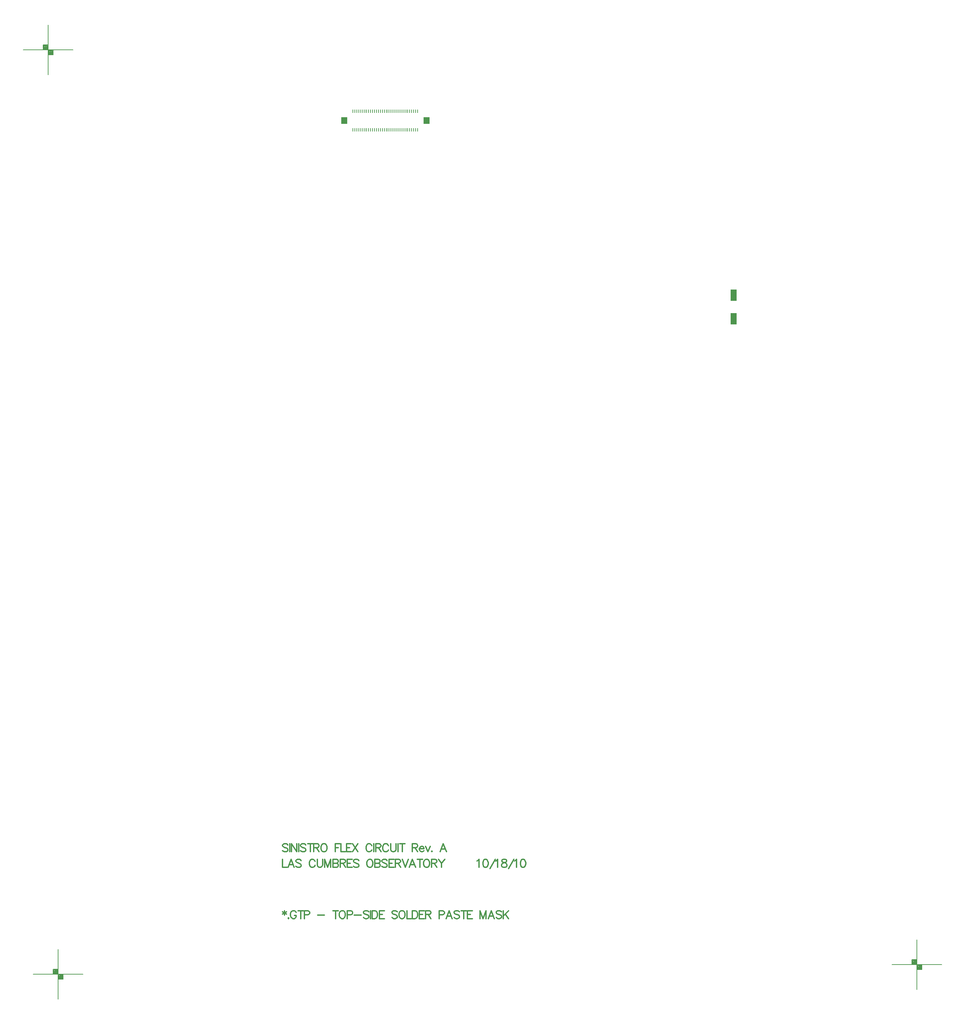
<source format=gtp>
%FSLAX25Y25*%
%MOIN*%
G70*
G01*
G75*
G04 Layer_Color=8421504*
%ADD10C,0.01000*%
%ADD11R,0.05906X0.11811*%
%ADD12R,0.00984X0.03543*%
%ADD13R,0.06299X0.07087*%
%ADD14C,0.03000*%
%ADD15C,0.00800*%
%ADD16C,0.00500*%
%ADD17C,0.01201*%
%ADD18C,0.01200*%
%ADD19C,0.01201*%
%ADD20C,0.07000*%
%ADD21C,0.06500*%
%ADD22C,0.03937*%
%ADD23C,0.03543*%
%ADD24C,0.05512*%
%ADD25C,0.07087*%
%ADD26C,0.02400*%
%ADD27C,0.00700*%
%ADD28C,0.01500*%
%ADD29C,0.00787*%
D11*
X401082Y-222894D02*
D03*
Y-199272D02*
D03*
D12*
X83660Y-33169D02*
D03*
X81692D02*
D03*
X79723D02*
D03*
X77755D02*
D03*
X75786D02*
D03*
X73818D02*
D03*
X71849D02*
D03*
X69881D02*
D03*
X67912D02*
D03*
X65944D02*
D03*
X63975D02*
D03*
X62007D02*
D03*
X60038D02*
D03*
X58070D02*
D03*
X56101D02*
D03*
X54133D02*
D03*
X52164D02*
D03*
X50196D02*
D03*
X48227D02*
D03*
X46259D02*
D03*
X44290D02*
D03*
X42322D02*
D03*
X40353D02*
D03*
X38385D02*
D03*
X36416D02*
D03*
X34448D02*
D03*
X32479D02*
D03*
X30511D02*
D03*
X28542D02*
D03*
X26574D02*
D03*
X24605D02*
D03*
X22637D02*
D03*
X20668D02*
D03*
X18700D02*
D03*
X83660Y-14468D02*
D03*
X81692D02*
D03*
X79723D02*
D03*
X77755D02*
D03*
X75786D02*
D03*
X73818D02*
D03*
X71849D02*
D03*
X69881D02*
D03*
X67912D02*
D03*
X65944D02*
D03*
X63975D02*
D03*
X62007D02*
D03*
X60038D02*
D03*
X58070D02*
D03*
X56101D02*
D03*
X54133D02*
D03*
X52164D02*
D03*
X50196D02*
D03*
X48227D02*
D03*
X46259D02*
D03*
X44290D02*
D03*
X42322D02*
D03*
X40353D02*
D03*
X38385D02*
D03*
X36416D02*
D03*
X34448D02*
D03*
X32479D02*
D03*
X30511D02*
D03*
X28542D02*
D03*
X26574D02*
D03*
X24605D02*
D03*
X22637D02*
D03*
X20668D02*
D03*
X18700D02*
D03*
D13*
X9842Y-23819D02*
D03*
X92519D02*
D03*
D15*
X-302264Y-881004D02*
X-252264D01*
X-277264Y-906004D02*
Y-856004D01*
X-282264Y-876004D02*
X-282264Y-881004D01*
X-282264Y-876004D02*
X-277264Y-876004D01*
X-272264Y-881004D02*
X-272264Y-886004D01*
X-277264Y-886004D02*
X-272264Y-886004D01*
X-276764Y-881504D02*
X-272764D01*
Y-885504D02*
Y-881504D01*
X-276764Y-885504D02*
X-272764D01*
X-276764D02*
Y-881504D01*
X-276264Y-882004D02*
X-273264D01*
Y-885004D02*
Y-882004D01*
X-276264Y-885004D02*
X-273264D01*
X-276264D02*
Y-882504D01*
X-275764D02*
X-273764D01*
X-273764Y-884504D01*
X-275764Y-884504D02*
X-273764Y-884504D01*
X-275764Y-884504D02*
Y-883004D01*
X-275264Y-883004D02*
X-274264Y-883004D01*
Y-884004D02*
Y-883004D01*
X-275264Y-884004D02*
X-274264D01*
X-275264D02*
X-275264Y-883004D01*
Y-883504D02*
X-274264D01*
X-281764Y-876504D02*
X-277764D01*
Y-880504D02*
Y-876504D01*
X-281764Y-880504D02*
X-277764D01*
X-281764D02*
Y-876504D01*
X-281264Y-877004D02*
X-278264D01*
Y-880004D02*
Y-877004D01*
X-281264Y-880004D02*
X-278264D01*
X-281264D02*
Y-877504D01*
X-280764D02*
X-278764Y-877504D01*
Y-879504D02*
Y-877504D01*
X-280764Y-879504D02*
X-278764D01*
X-280764D02*
Y-878004D01*
X-280264D02*
X-279264D01*
X-279264Y-879004D02*
X-279264Y-878004D01*
X-280264Y-879004D02*
X-279264Y-879004D01*
X-280264Y-879004D02*
Y-878004D01*
Y-878504D02*
X-279264D01*
X-312205Y47264D02*
X-262205D01*
X-287205Y22264D02*
Y72264D01*
X-292205Y52264D02*
X-292205Y47264D01*
X-292205Y52264D02*
X-287205Y52264D01*
X-282205Y47264D02*
X-282205Y42264D01*
X-287205Y42264D02*
X-282205Y42264D01*
X-286705Y46764D02*
X-282705D01*
Y42764D02*
Y46764D01*
X-286705Y42764D02*
X-282705D01*
X-286705D02*
Y46764D01*
X-286205Y46264D02*
X-283205D01*
Y43264D02*
Y46264D01*
X-286205Y43264D02*
X-283205D01*
X-286205D02*
Y45764D01*
X-285705D02*
X-283705D01*
X-283705Y43764D01*
X-285705Y43764D02*
X-283705Y43764D01*
X-285705Y43764D02*
Y45264D01*
X-285205Y45264D02*
X-284205Y45264D01*
Y44264D02*
Y45264D01*
X-285205Y44264D02*
X-284205D01*
X-285205D02*
X-285205Y45264D01*
Y44764D02*
X-284205D01*
X-291705Y51764D02*
X-287705D01*
Y47764D02*
Y51764D01*
X-291705Y47764D02*
X-287705D01*
X-291705D02*
Y51764D01*
X-291205Y51264D02*
X-288205D01*
Y48264D02*
Y51264D01*
X-291205Y48264D02*
X-288205D01*
X-291205D02*
Y50764D01*
X-290705D02*
X-288705Y50764D01*
Y48764D02*
Y50764D01*
X-290705Y48764D02*
X-288705D01*
X-290705D02*
Y50264D01*
X-290205D02*
X-289205D01*
X-289205Y49264D02*
X-289205Y50264D01*
X-290205Y49264D02*
X-289205Y49264D01*
X-290205Y49264D02*
Y50264D01*
Y49764D02*
X-289205D01*
X559941Y-871142D02*
X609941D01*
X584941Y-896142D02*
Y-846142D01*
X579941Y-866142D02*
X579941Y-871142D01*
X579941Y-866142D02*
X584941Y-866142D01*
X589941Y-871142D02*
X589941Y-876142D01*
X584941Y-876142D02*
X589941Y-876142D01*
X585441Y-871642D02*
X589441D01*
Y-875642D02*
Y-871642D01*
X585441Y-875642D02*
X589441D01*
X585441D02*
Y-871642D01*
X585941Y-872142D02*
X588941D01*
Y-875142D02*
Y-872142D01*
X585941Y-875142D02*
X588941D01*
X585941D02*
Y-872642D01*
X586441D02*
X588441D01*
X588441Y-874642D01*
X586441Y-874642D02*
X588441Y-874642D01*
X586441Y-874642D02*
Y-873142D01*
X586941Y-873142D02*
X587941Y-873142D01*
Y-874142D02*
Y-873142D01*
X586941Y-874142D02*
X587941D01*
X586941D02*
X586941Y-873142D01*
Y-873642D02*
X587941D01*
X580441Y-866642D02*
X584441D01*
Y-870642D02*
Y-866642D01*
X580441Y-870642D02*
X584441D01*
X580441D02*
Y-866642D01*
X580941Y-867142D02*
X583941D01*
Y-870142D02*
Y-867142D01*
X580941Y-870142D02*
X583941D01*
X580941D02*
Y-867642D01*
X581441D02*
X583441Y-867642D01*
Y-869642D02*
Y-867642D01*
X581441Y-869642D02*
X583441D01*
X581441D02*
Y-868142D01*
X581941D02*
X582941D01*
X582941Y-869142D02*
X582941Y-868142D01*
X581941Y-869142D02*
X582941Y-869142D01*
X581941Y-869142D02*
Y-868142D01*
Y-868642D02*
X582941D01*
D18*
X-50037Y-817097D02*
Y-821668D01*
X-51941Y-818240D02*
X-48132Y-820525D01*
Y-818240D02*
X-51941Y-820525D01*
X-46114Y-824334D02*
X-46495Y-824715D01*
X-46114Y-825096D01*
X-45733Y-824715D01*
X-46114Y-824334D01*
X-38268Y-819002D02*
X-38649Y-818240D01*
X-39410Y-817478D01*
X-40172Y-817097D01*
X-41696D01*
X-42457Y-817478D01*
X-43219Y-818240D01*
X-43600Y-819002D01*
X-43981Y-820144D01*
Y-822049D01*
X-43600Y-823192D01*
X-43219Y-823953D01*
X-42457Y-824715D01*
X-41696Y-825096D01*
X-40172D01*
X-39410Y-824715D01*
X-38649Y-823953D01*
X-38268Y-823192D01*
Y-822049D01*
X-40172D02*
X-38268D01*
X-33773Y-817097D02*
Y-825096D01*
X-36440Y-817097D02*
X-31107D01*
X-30155Y-821287D02*
X-26727D01*
X-25585Y-820906D01*
X-25204Y-820525D01*
X-24823Y-819764D01*
Y-818621D01*
X-25204Y-817859D01*
X-25585Y-817478D01*
X-26727Y-817097D01*
X-30155D01*
Y-825096D01*
X-16749Y-821668D02*
X-9893D01*
X1419Y-817097D02*
Y-825096D01*
X-1247Y-817097D02*
X4085D01*
X7322D02*
X6561Y-817478D01*
X5799Y-818240D01*
X5418Y-819002D01*
X5037Y-820144D01*
Y-822049D01*
X5418Y-823192D01*
X5799Y-823953D01*
X6561Y-824715D01*
X7322Y-825096D01*
X8846D01*
X9608Y-824715D01*
X10369Y-823953D01*
X10750Y-823192D01*
X11131Y-822049D01*
Y-820144D01*
X10750Y-819002D01*
X10369Y-818240D01*
X9608Y-817478D01*
X8846Y-817097D01*
X7322D01*
X12998Y-821287D02*
X16425D01*
X17568Y-820906D01*
X17949Y-820525D01*
X18330Y-819764D01*
Y-818621D01*
X17949Y-817859D01*
X17568Y-817478D01*
X16425Y-817097D01*
X12998D01*
Y-825096D01*
X20120Y-821668D02*
X26975D01*
X34669Y-818240D02*
X33907Y-817478D01*
X32765Y-817097D01*
X31241D01*
X30099Y-817478D01*
X29337Y-818240D01*
Y-819002D01*
X29718Y-819764D01*
X30099Y-820144D01*
X30860Y-820525D01*
X33145Y-821287D01*
X33907Y-821668D01*
X34288Y-822049D01*
X34669Y-822811D01*
Y-823953D01*
X33907Y-824715D01*
X32765Y-825096D01*
X31241D01*
X30099Y-824715D01*
X29337Y-823953D01*
X36459Y-817097D02*
Y-825096D01*
X38135Y-817097D02*
Y-825096D01*
Y-817097D02*
X40801D01*
X41944Y-817478D01*
X42705Y-818240D01*
X43086Y-819002D01*
X43467Y-820144D01*
Y-822049D01*
X43086Y-823192D01*
X42705Y-823953D01*
X41944Y-824715D01*
X40801Y-825096D01*
X38135D01*
X50208Y-817097D02*
X45257D01*
Y-825096D01*
X50208D01*
X45257Y-820906D02*
X48304D01*
X63158Y-818240D02*
X62396Y-817478D01*
X61254Y-817097D01*
X59730D01*
X58588Y-817478D01*
X57826Y-818240D01*
Y-819002D01*
X58207Y-819764D01*
X58588Y-820144D01*
X59349Y-820525D01*
X61635Y-821287D01*
X62396Y-821668D01*
X62777Y-822049D01*
X63158Y-822811D01*
Y-823953D01*
X62396Y-824715D01*
X61254Y-825096D01*
X59730D01*
X58588Y-824715D01*
X57826Y-823953D01*
X67233Y-817097D02*
X66472Y-817478D01*
X65710Y-818240D01*
X65329Y-819002D01*
X64948Y-820144D01*
Y-822049D01*
X65329Y-823192D01*
X65710Y-823953D01*
X66472Y-824715D01*
X67233Y-825096D01*
X68757D01*
X69519Y-824715D01*
X70280Y-823953D01*
X70661Y-823192D01*
X71042Y-822049D01*
Y-820144D01*
X70661Y-819002D01*
X70280Y-818240D01*
X69519Y-817478D01*
X68757Y-817097D01*
X67233D01*
X72908D02*
Y-825096D01*
X77479D01*
X78355Y-817097D02*
Y-825096D01*
Y-817097D02*
X81021D01*
X82164Y-817478D01*
X82925Y-818240D01*
X83306Y-819002D01*
X83687Y-820144D01*
Y-822049D01*
X83306Y-823192D01*
X82925Y-823953D01*
X82164Y-824715D01*
X81021Y-825096D01*
X78355D01*
X90429Y-817097D02*
X85477D01*
Y-825096D01*
X90429D01*
X85477Y-820906D02*
X88524D01*
X91761Y-817097D02*
Y-825096D01*
Y-817097D02*
X95189D01*
X96332Y-817478D01*
X96713Y-817859D01*
X97094Y-818621D01*
Y-819383D01*
X96713Y-820144D01*
X96332Y-820525D01*
X95189Y-820906D01*
X91761D01*
X94428D02*
X97094Y-825096D01*
X105168Y-821287D02*
X108596D01*
X109739Y-820906D01*
X110119Y-820525D01*
X110500Y-819764D01*
Y-818621D01*
X110119Y-817859D01*
X109739Y-817478D01*
X108596Y-817097D01*
X105168D01*
Y-825096D01*
X118384D02*
X115337Y-817097D01*
X112291Y-825096D01*
X113433Y-822430D02*
X117242D01*
X125583Y-818240D02*
X124821Y-817478D01*
X123679Y-817097D01*
X122155D01*
X121012Y-817478D01*
X120251Y-818240D01*
Y-819002D01*
X120632Y-819764D01*
X121012Y-820144D01*
X121774Y-820525D01*
X124059Y-821287D01*
X124821Y-821668D01*
X125202Y-822049D01*
X125583Y-822811D01*
Y-823953D01*
X124821Y-824715D01*
X123679Y-825096D01*
X122155D01*
X121012Y-824715D01*
X120251Y-823953D01*
X130039Y-817097D02*
Y-825096D01*
X127373Y-817097D02*
X132705D01*
X138609D02*
X133657D01*
Y-825096D01*
X138609D01*
X133657Y-820906D02*
X136704D01*
X146226Y-817097D02*
Y-825096D01*
Y-817097D02*
X149273Y-825096D01*
X152320Y-817097D02*
X149273Y-825096D01*
X152320Y-817097D02*
Y-825096D01*
X160699D02*
X157652Y-817097D01*
X154605Y-825096D01*
X155748Y-822430D02*
X159556D01*
X167898Y-818240D02*
X167136Y-817478D01*
X165993Y-817097D01*
X164470D01*
X163327Y-817478D01*
X162565Y-818240D01*
Y-819002D01*
X162946Y-819764D01*
X163327Y-820144D01*
X164089Y-820525D01*
X166374Y-821287D01*
X167136Y-821668D01*
X167517Y-822049D01*
X167898Y-822811D01*
Y-823953D01*
X167136Y-824715D01*
X165993Y-825096D01*
X164470D01*
X163327Y-824715D01*
X162565Y-823953D01*
X169688Y-817097D02*
Y-825096D01*
X175020Y-817097D02*
X169688Y-822430D01*
X171592Y-820525D02*
X175020Y-825096D01*
X-46609Y-751128D02*
X-47371Y-750366D01*
X-48513Y-749985D01*
X-50037D01*
X-51179Y-750366D01*
X-51941Y-751128D01*
Y-751890D01*
X-51560Y-752651D01*
X-51179Y-753032D01*
X-50418Y-753413D01*
X-48132Y-754175D01*
X-47371Y-754556D01*
X-46990Y-754937D01*
X-46609Y-755698D01*
Y-756841D01*
X-47371Y-757603D01*
X-48513Y-757983D01*
X-50037D01*
X-51179Y-757603D01*
X-51941Y-756841D01*
X-44819Y-749985D02*
Y-757983D01*
X-43143Y-749985D02*
Y-757983D01*
Y-749985D02*
X-37811Y-757983D01*
Y-749985D02*
Y-757983D01*
X-35602Y-749985D02*
Y-757983D01*
X-28594Y-751128D02*
X-29355Y-750366D01*
X-30498Y-749985D01*
X-32021D01*
X-33164Y-750366D01*
X-33926Y-751128D01*
Y-751890D01*
X-33545Y-752651D01*
X-33164Y-753032D01*
X-32402Y-753413D01*
X-30117Y-754175D01*
X-29355Y-754556D01*
X-28975Y-754937D01*
X-28594Y-755698D01*
Y-756841D01*
X-29355Y-757603D01*
X-30498Y-757983D01*
X-32021D01*
X-33164Y-757603D01*
X-33926Y-756841D01*
X-24137Y-749985D02*
Y-757983D01*
X-26804Y-749985D02*
X-21471D01*
X-20519D02*
Y-757983D01*
Y-749985D02*
X-17091D01*
X-15949Y-750366D01*
X-15568Y-750747D01*
X-15187Y-751509D01*
Y-752270D01*
X-15568Y-753032D01*
X-15949Y-753413D01*
X-17091Y-753794D01*
X-20519D01*
X-17853D02*
X-15187Y-757983D01*
X-11112Y-749985D02*
X-11873Y-750366D01*
X-12635Y-751128D01*
X-13016Y-751890D01*
X-13397Y-753032D01*
Y-754937D01*
X-13016Y-756079D01*
X-12635Y-756841D01*
X-11873Y-757603D01*
X-11112Y-757983D01*
X-9588D01*
X-8826Y-757603D01*
X-8065Y-756841D01*
X-7684Y-756079D01*
X-7303Y-754937D01*
Y-753032D01*
X-7684Y-751890D01*
X-8065Y-751128D01*
X-8826Y-750366D01*
X-9588Y-749985D01*
X-11112D01*
X848D02*
Y-757983D01*
Y-749985D02*
X5799D01*
X848Y-753794D02*
X3895D01*
X6713Y-749985D02*
Y-757983D01*
X11283D01*
X17111Y-749985D02*
X12160D01*
Y-757983D01*
X17111D01*
X12160Y-753794D02*
X15206D01*
X18444Y-749985D02*
X23776Y-757983D01*
Y-749985D02*
X18444Y-757983D01*
X37564Y-751890D02*
X37183Y-751128D01*
X36421Y-750366D01*
X35659Y-749985D01*
X34136D01*
X33374Y-750366D01*
X32612Y-751128D01*
X32231Y-751890D01*
X31850Y-753032D01*
Y-754937D01*
X32231Y-756079D01*
X32612Y-756841D01*
X33374Y-757603D01*
X34136Y-757983D01*
X35659D01*
X36421Y-757603D01*
X37183Y-756841D01*
X37564Y-756079D01*
X39811Y-749985D02*
Y-757983D01*
X41487Y-749985D02*
Y-757983D01*
Y-749985D02*
X44914D01*
X46057Y-750366D01*
X46438Y-750747D01*
X46819Y-751509D01*
Y-752270D01*
X46438Y-753032D01*
X46057Y-753413D01*
X44914Y-753794D01*
X41487D01*
X44153D02*
X46819Y-757983D01*
X54322Y-751890D02*
X53941Y-751128D01*
X53179Y-750366D01*
X52418Y-749985D01*
X50894D01*
X50132Y-750366D01*
X49371Y-751128D01*
X48990Y-751890D01*
X48609Y-753032D01*
Y-754937D01*
X48990Y-756079D01*
X49371Y-756841D01*
X50132Y-757603D01*
X50894Y-757983D01*
X52418D01*
X53179Y-757603D01*
X53941Y-756841D01*
X54322Y-756079D01*
X56569Y-749985D02*
Y-755698D01*
X56950Y-756841D01*
X57712Y-757603D01*
X58854Y-757983D01*
X59616D01*
X60759Y-757603D01*
X61520Y-756841D01*
X61901Y-755698D01*
Y-749985D01*
X64110D02*
Y-757983D01*
X68452Y-749985D02*
Y-757983D01*
X65786Y-749985D02*
X71118D01*
X78355D02*
Y-757983D01*
Y-749985D02*
X81783D01*
X82925Y-750366D01*
X83306Y-750747D01*
X83687Y-751509D01*
Y-752270D01*
X83306Y-753032D01*
X82925Y-753413D01*
X81783Y-753794D01*
X78355D01*
X81021D02*
X83687Y-757983D01*
X85477Y-754937D02*
X90048D01*
Y-754175D01*
X89667Y-753413D01*
X89286Y-753032D01*
X88524Y-752651D01*
X87382D01*
X86620Y-753032D01*
X85858Y-753794D01*
X85477Y-754937D01*
Y-755698D01*
X85858Y-756841D01*
X86620Y-757603D01*
X87382Y-757983D01*
X88524D01*
X89286Y-757603D01*
X90048Y-756841D01*
X91761Y-752651D02*
X94047Y-757983D01*
X96332Y-752651D02*
X94047Y-757983D01*
X98008Y-757222D02*
X97627Y-757603D01*
X98008Y-757983D01*
X98389Y-757603D01*
X98008Y-757222D01*
X112519Y-757983D02*
X109472Y-749985D01*
X106425Y-757983D01*
X107568Y-755317D02*
X111376D01*
D19*
X-51940Y-765620D02*
Y-773618D01*
X-47370D01*
X-40400D02*
X-43447Y-765620D01*
X-46494Y-773618D01*
X-45351Y-770952D02*
X-41542D01*
X-33201Y-766762D02*
X-33963Y-766001D01*
X-35106Y-765620D01*
X-36629D01*
X-37772Y-766001D01*
X-38534Y-766762D01*
Y-767524D01*
X-38153Y-768286D01*
X-37772Y-768667D01*
X-37010Y-769048D01*
X-34725Y-769809D01*
X-33963Y-770190D01*
X-33582Y-770571D01*
X-33201Y-771333D01*
Y-772475D01*
X-33963Y-773237D01*
X-35106Y-773618D01*
X-36629D01*
X-37772Y-773237D01*
X-38534Y-772475D01*
X-19414Y-767524D02*
X-19795Y-766762D01*
X-20557Y-766001D01*
X-21318Y-765620D01*
X-22842D01*
X-23603Y-766001D01*
X-24365Y-766762D01*
X-24746Y-767524D01*
X-25127Y-768667D01*
Y-770571D01*
X-24746Y-771714D01*
X-24365Y-772475D01*
X-23603Y-773237D01*
X-22842Y-773618D01*
X-21318D01*
X-20557Y-773237D01*
X-19795Y-772475D01*
X-19414Y-771714D01*
X-17167Y-765620D02*
Y-771333D01*
X-16786Y-772475D01*
X-16024Y-773237D01*
X-14882Y-773618D01*
X-14120D01*
X-12977Y-773237D01*
X-12215Y-772475D01*
X-11834Y-771333D01*
Y-765620D01*
X-9625D02*
Y-773618D01*
Y-765620D02*
X-6578Y-773618D01*
X-3531Y-765620D02*
X-6578Y-773618D01*
X-3531Y-765620D02*
Y-773618D01*
X-1246Y-765620D02*
Y-773618D01*
Y-765620D02*
X2182D01*
X3324Y-766001D01*
X3705Y-766382D01*
X4086Y-767143D01*
Y-767905D01*
X3705Y-768667D01*
X3324Y-769048D01*
X2182Y-769429D01*
X-1246D02*
X2182D01*
X3324Y-769809D01*
X3705Y-770190D01*
X4086Y-770952D01*
Y-772095D01*
X3705Y-772856D01*
X3324Y-773237D01*
X2182Y-773618D01*
X-1246D01*
X5876Y-765620D02*
Y-773618D01*
Y-765620D02*
X9304D01*
X10446Y-766001D01*
X10827Y-766382D01*
X11208Y-767143D01*
Y-767905D01*
X10827Y-768667D01*
X10446Y-769048D01*
X9304Y-769429D01*
X5876D01*
X8542D02*
X11208Y-773618D01*
X17950Y-765620D02*
X12998D01*
Y-773618D01*
X17950D01*
X12998Y-769429D02*
X16045D01*
X24615Y-766762D02*
X23853Y-766001D01*
X22711Y-765620D01*
X21187D01*
X20044Y-766001D01*
X19283Y-766762D01*
Y-767524D01*
X19663Y-768286D01*
X20044Y-768667D01*
X20806Y-769048D01*
X23091Y-769809D01*
X23853Y-770190D01*
X24234Y-770571D01*
X24615Y-771333D01*
Y-772475D01*
X23853Y-773237D01*
X22711Y-773618D01*
X21187D01*
X20044Y-773237D01*
X19283Y-772475D01*
X34975Y-765620D02*
X34213Y-766001D01*
X33451Y-766762D01*
X33070Y-767524D01*
X32689Y-768667D01*
Y-770571D01*
X33070Y-771714D01*
X33451Y-772475D01*
X34213Y-773237D01*
X34975Y-773618D01*
X36498D01*
X37260Y-773237D01*
X38021Y-772475D01*
X38402Y-771714D01*
X38783Y-770571D01*
Y-768667D01*
X38402Y-767524D01*
X38021Y-766762D01*
X37260Y-766001D01*
X36498Y-765620D01*
X34975D01*
X40650D02*
Y-773618D01*
Y-765620D02*
X44077D01*
X45220Y-766001D01*
X45601Y-766382D01*
X45982Y-767143D01*
Y-767905D01*
X45601Y-768667D01*
X45220Y-769048D01*
X44077Y-769429D01*
X40650D02*
X44077D01*
X45220Y-769809D01*
X45601Y-770190D01*
X45982Y-770952D01*
Y-772095D01*
X45601Y-772856D01*
X45220Y-773237D01*
X44077Y-773618D01*
X40650D01*
X53104Y-766762D02*
X52342Y-766001D01*
X51200Y-765620D01*
X49676D01*
X48533Y-766001D01*
X47772Y-766762D01*
Y-767524D01*
X48153Y-768286D01*
X48533Y-768667D01*
X49295Y-769048D01*
X51581Y-769809D01*
X52342Y-770190D01*
X52723Y-770571D01*
X53104Y-771333D01*
Y-772475D01*
X52342Y-773237D01*
X51200Y-773618D01*
X49676D01*
X48533Y-773237D01*
X47772Y-772475D01*
X59845Y-765620D02*
X54894D01*
Y-773618D01*
X59845D01*
X54894Y-769429D02*
X57941D01*
X61178Y-765620D02*
Y-773618D01*
Y-765620D02*
X64606D01*
X65749Y-766001D01*
X66130Y-766382D01*
X66511Y-767143D01*
Y-767905D01*
X66130Y-768667D01*
X65749Y-769048D01*
X64606Y-769429D01*
X61178D01*
X63845D02*
X66511Y-773618D01*
X68301Y-765620D02*
X71348Y-773618D01*
X74395Y-765620D02*
X71348Y-773618D01*
X81517D02*
X78470Y-765620D01*
X75423Y-773618D01*
X76566Y-770952D02*
X80374D01*
X86049Y-765620D02*
Y-773618D01*
X83383Y-765620D02*
X88715D01*
X91953D02*
X91191Y-766001D01*
X90429Y-766762D01*
X90048Y-767524D01*
X89667Y-768667D01*
Y-770571D01*
X90048Y-771714D01*
X90429Y-772475D01*
X91191Y-773237D01*
X91953Y-773618D01*
X93476D01*
X94238Y-773237D01*
X95000Y-772475D01*
X95381Y-771714D01*
X95762Y-770571D01*
Y-768667D01*
X95381Y-767524D01*
X95000Y-766762D01*
X94238Y-766001D01*
X93476Y-765620D01*
X91953D01*
X97628D02*
Y-773618D01*
Y-765620D02*
X101056D01*
X102198Y-766001D01*
X102579Y-766382D01*
X102960Y-767143D01*
Y-767905D01*
X102579Y-768667D01*
X102198Y-769048D01*
X101056Y-769429D01*
X97628D01*
X100294D02*
X102960Y-773618D01*
X104750Y-765620D02*
X107797Y-769429D01*
Y-773618D01*
X110844Y-765620D02*
X107797Y-769429D01*
X143294Y-767143D02*
X144056Y-766762D01*
X145199Y-765620D01*
Y-773618D01*
X151445Y-765620D02*
X150302Y-766001D01*
X149540Y-767143D01*
X149160Y-769048D01*
Y-770190D01*
X149540Y-772095D01*
X150302Y-773237D01*
X151445Y-773618D01*
X152207D01*
X153349Y-773237D01*
X154111Y-772095D01*
X154492Y-770190D01*
Y-769048D01*
X154111Y-767143D01*
X153349Y-766001D01*
X152207Y-765620D01*
X151445D01*
X156282Y-774761D02*
X161614Y-765620D01*
X162147Y-767143D02*
X162909Y-766762D01*
X164052Y-765620D01*
Y-773618D01*
X169917Y-765620D02*
X168774Y-766001D01*
X168394Y-766762D01*
Y-767524D01*
X168774Y-768286D01*
X169536Y-768667D01*
X171060Y-769048D01*
X172202Y-769429D01*
X172964Y-770190D01*
X173345Y-770952D01*
Y-772095D01*
X172964Y-772856D01*
X172583Y-773237D01*
X171440Y-773618D01*
X169917D01*
X168774Y-773237D01*
X168394Y-772856D01*
X168013Y-772095D01*
Y-770952D01*
X168394Y-770190D01*
X169155Y-769429D01*
X170298Y-769048D01*
X171821Y-768667D01*
X172583Y-768286D01*
X172964Y-767524D01*
Y-766762D01*
X172583Y-766001D01*
X171440Y-765620D01*
X169917D01*
X175135Y-774761D02*
X180467Y-765620D01*
X181000Y-767143D02*
X181762Y-766762D01*
X182905Y-765620D01*
Y-773618D01*
X189151Y-765620D02*
X188008Y-766001D01*
X187247Y-767143D01*
X186866Y-769048D01*
Y-770190D01*
X187247Y-772095D01*
X188008Y-773237D01*
X189151Y-773618D01*
X189913D01*
X191055Y-773237D01*
X191817Y-772095D01*
X192198Y-770190D01*
Y-769048D01*
X191817Y-767143D01*
X191055Y-766001D01*
X189913Y-765620D01*
X189151D01*
M02*

</source>
